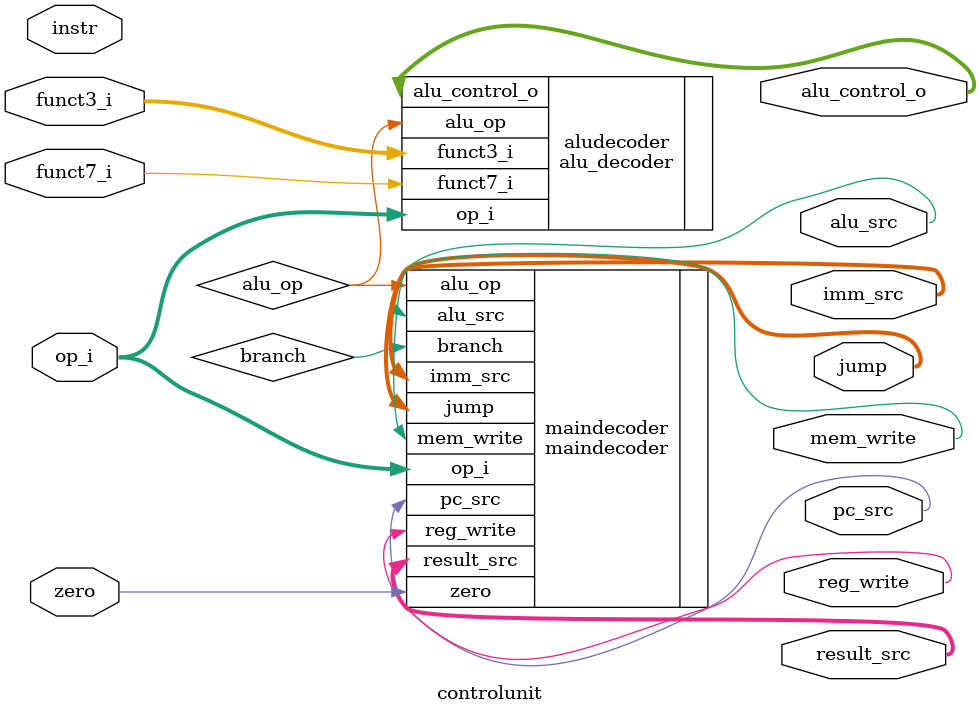
<source format=sv>
module controlunit(
    input logic [31:0] instr,

    input logic zero,
    input logic [6:0] op_i,
    input logic [2:0] funct3_i,
    input logic funct7_i,
    output logic [1:0] result_src,
    output logic mem_write,
    output logic alu_src,
    output logic[2:0] imm_src,
    output logic reg_write,
    output logic  pc_src,
    output logic[3:0]  alu_control_o,
    output logic[1:0]  jump
);
//split up the instruction into its needed parts
//logic op_i[6:0] = instr[6:0];
//logic funct3_i[2:0] = instr[14:12];
//logic funct7_i = instr[30];
logic alu_op;
logic branch;

maindecoder maindecoder(
    .op_i(op_i),
    .zero(zero),
    .branch(branch),
    .jump(jump),
    .result_src(result_src),
    .mem_write(mem_write),
    .alu_src(alu_src),
    .imm_src(imm_src),
    .reg_write(reg_write),
    .alu_op(alu_op),
    .pc_src(pc_src)
);
alu_decoder aludecoder
(
    .op_i(op_i),
    .funct3_i(funct3_i),
    .funct7_i(funct7_i),
    .alu_op(alu_op),
    .alu_control_o(alu_control_o)
);


endmodule

</source>
